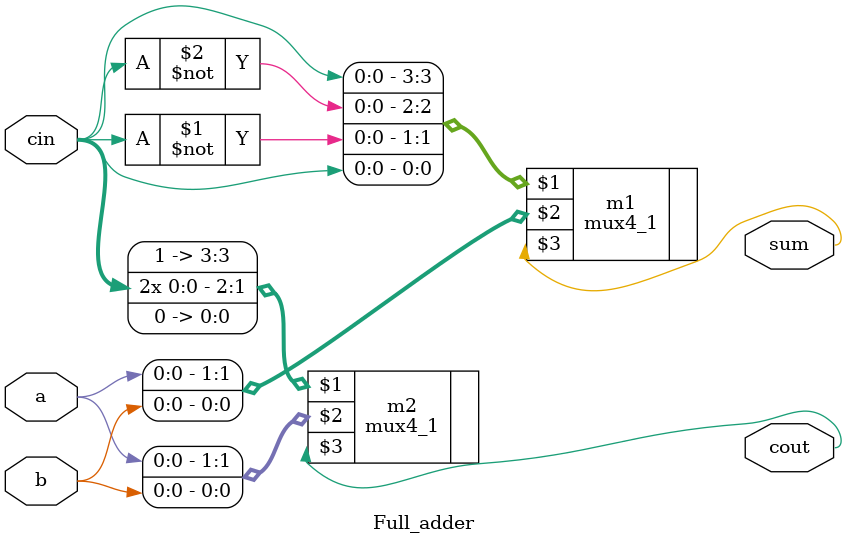
<source format=v>
`include "mux.v"
module Full_adder(a,b,sum,cin,cout);
  input a,b,cin;
  output sum,cout;
  mux4_1 m1({cin,(~cin),(~cin),cin},{a,b},sum);
  mux4_1 m2({1'b1,cin,cin,1'b0},{a,b},cout);
endmodule 
  
</source>
